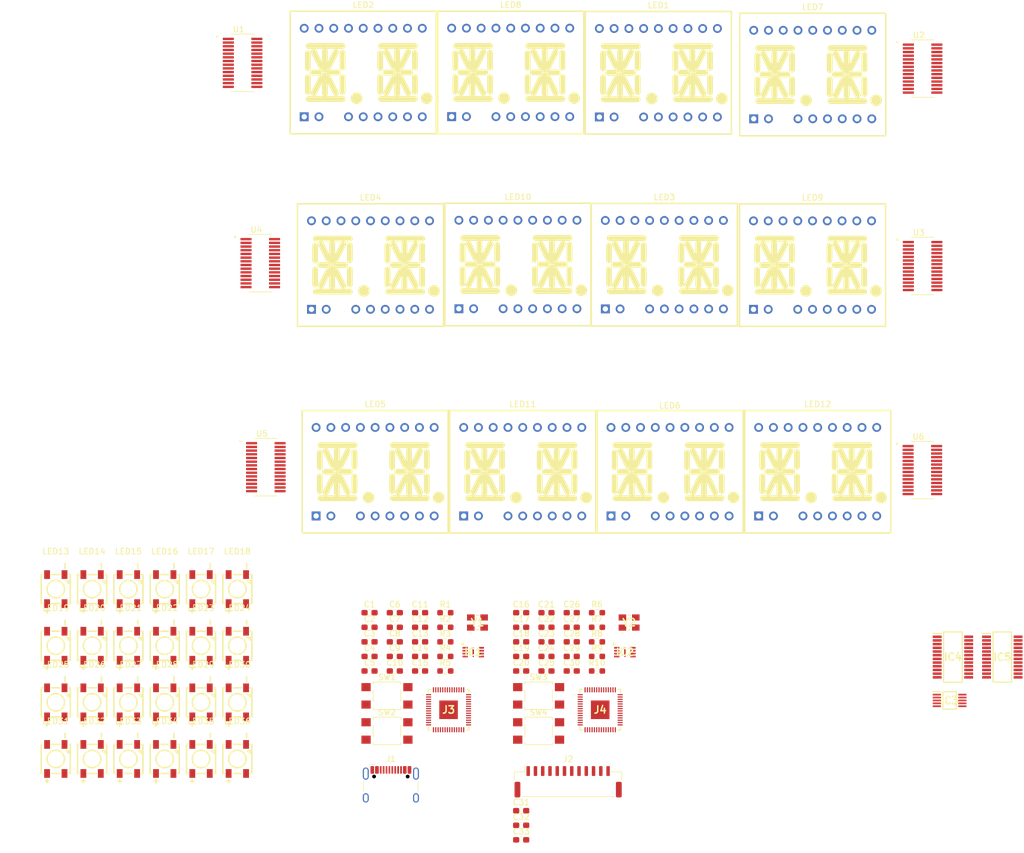
<source format=kicad_pcb>
(kicad_pcb (version 20241229) (generator "pcbnew") (generator_version "9.0")
  (layers (0 "F.Cu" signal) (2 "B.Cu" signal) (13 "F.Paste" user) (15 "B.Paste" user) (5 "F.SilkS" user "F.Silkscreen") (7 "B.SilkS" user "B.Silkscreen") (1 "F.Mask" user) (3 "B.Mask" user) (25 "Edge.Cuts" user))
  (net 0 "")
  (net 1 "/navball_module/+3.3V")
  (net 2 "GND")
  (net 3 "/navball_module/uC1/+1.1V")
  (net 4 "/navball_module/uC1/XIN")
  (net 5 "Net-(C6-Pad2)")
  (net 6 "/control_module/+3.3V")
  (net 7 "/control_module/uC1/+1.1V")
  (net 8 "/control_module/uC1/XIN")
  (net 9 "Net-(C21-Pad2)")
  (net 10 "/navball_module/uC1/QSPI_SCLK")
  (net 11 "/navball_module/uC1/QSPI_SD3")
  (net 12 "/navball_module/uC1/QSPI_SD1")
  (net 13 "/navball_module/uC1/QSPI_SS")
  (net 14 "/navball_module/uC1/QSPI_SD0")
  (net 15 "/navball_module/uC1/QSPI_SD2")
  (net 16 "/control_module/uC1/QSPI_SS")
  (net 17 "/control_module/uC1/QSPI_SD2")
  (net 18 "/control_module/uC1/QSPI_SCLK")
  (net 19 "/control_module/uC1/QSPI_SD3")
  (net 20 "/control_module/uC1/QSPI_SD0")
  (net 21 "/control_module/uC1/QSPI_SD1")
  (net 22 "Net-(J1-GND-PadA1)")
  (net 32 "/navball_module/MISO")
  (net 33 "/navball_module/LCD_BL")
  (net 34 "/navball_module/LCD_RST")
  (net 35 "/navball_module/TP_SDA")
  (net 36 "/navball_module/SCLK")
  (net 37 "/navball_module/LCD_DC")
  (net 38 "/navball_module/TP_INT")
  (net 39 "/navball_module/LCD_CS")
  (net 40 "/navball_module/TP_SCL")
  (net 41 "/navball_module/MOSI")
  (net 42 "/navball_module/TP_RST")
  (net 43 "/VBUS")
  (net 44 "/control_module/seg_4x14_module1/J")
  (net 46 "/control_module/seg_4x14_module1/F")
  (net 47 "/navball_module/uC1/XOUT")
  (net 48 "/navball_module/uC1/RUN")
  (net 49 "/navball_module/uC1/GPIO20")
  (net 50 "/navball_module/uC1/GPIO5")
  (net 51 "/navball_module/uC1/GPIO19")
  (net 52 "/control_module/seg_4x14_module/SDA")
  (net 53 "/control_module/seg_4x14_module1/M")
  (net 54 "/navball_module/uC1/GPIO23")
  (net 55 "/navball_module/uC1/GPIO28_ADC2")
  (net 56 "/navball_module/uC1/GPIO14")
  (net 57 "/navball_module/uC1/GPIO16")
  (net 58 "/navball_module/uC1/SWCLK")
  (net 59 "/control_module/seg_4x14_module1/A")
  (net 60 "/navball_module/uC1/GPIO0")
  (net 61 "/navball_module/uC1/GPIO27_ADC1")
  (net 62 "/navball_module/uC1/GPIO2")
  (net 63 "/navball_module/uC1/GPIO24")
  (net 64 "Net-(J3-USB_DP)")
  (net 65 "/control_module/seg_4x14_module1/A1")
  (net 66 "/navball_module/uC1/GPIO1")
  (net 67 "/navball_module/uC1/GPIO4")
  (net 68 "/control_module/seg_4x14_module1/H")
  (net 69 "/navball_module/uC1/GPIO17")
  (net 70 "/navball_module/uC1/GPIO15")
  (net 71 "Net-(J3-USB_DM)")
  (net 72 "/navball_module/uC1/GPIO29_ADC3")
  (net 73 "/navball_module/uC1/SWD")
  (net 74 "/navball_module/uC1/GPIO3")
  (net 76 "/navball_module/uC1/GPIO26_ADC0")
  (net 77 "/control_module/seg_4x14_module1/D")
  (net 78 "/navball_module/uC1/GPIO18")
  (net 80 "/control_module/uC1/GPIO18")
  (net 81 "/control_module/uC1/GPIO15")
  (net 82 "Net-(J4-USB_DM)")
  (net 83 "/control_module/uC1/GPIO26_ADC0")
  (net 84 "/control_module/uC1/SWCLK")
  (net 85 "/control_module/uC1/GPIO28_ADC2")
  (net 86 "/control_module/uC1/GPIO20")
  (net 87 "/control_module/uC1/GPIO14")
  (net 88 "/control_module/uC1/GPIO16")
  (net 89 "/control_module/uC1/GPIO1")
  (net 90 "Net-(J4-USB_DP)")
  (net 91 "/control_module/uC1/GPIO27_ADC1")
  (net 92 "/control_module/uC1/GPIO19")
  (net 93 "/control_module/uC1/GPIO12")
  (net 94 "/control_module/uC1/SWD")
  (net 95 "/control_module/uC1/GPIO13")
  (net 96 "/control_module/uC1/GPIO25")
  (net 97 "/control_module/uC1/GPIO4")
  (net 98 "/control_module/uC1/GPIO11")
  (net 99 "/control_module/uC1/GPIO3")
  (net 100 "/control_module/uC1/GPIO9")
  (net 101 "/control_module/uC1/XOUT")
  (net 102 "/control_module/uC1/GPIO22")
  (net 103 "/control_module/uC1/GPIO21")
  (net 104 "/control_module/uC1/GPIO0")
  (net 105 "/control_module/uC1/RUN")
  (net 106 "/control_module/uC1/GPIO2")
  (net 107 "/control_module/uC1/GPIO10")
  (net 108 "/control_module/uC1/GPIO23")
  (net 109 "/control_module/uC1/GPIO29_ADC3")
  (net 110 "/control_module/uC1/GPIO7")
  (net 111 "/control_module/uC1/GPIO6")
  (net 112 "/control_module/uC1/GPIO17")
  (net 113 "/control_module/uC1/GPIO24")
  (net 114 "/control_module/uC1/GPIO5")
  (net 115 "/control_module/uC1/GPIO8")
  (net 116 "Net-(R1-Pad2)")
  (net 117 "/navball_module/USB_DP")
  (net 118 "/navball_module/USB_DN")
  (net 119 "Net-(R6-Pad2)")
  (net 120 "/control_module/USB_DP")
  (net 121 "/control_module/USB_DN")
  (net 122 "/control_module/seg_4x14_module1/N")
  (net 123 "/control_module/seg_4x14_module1/AD")
  (net 124 "/control_module/seg_4x14_module1/L")
  (net 125 "/control_module/seg_4x14_module1/E")
  (net 126 "/control_module/seg_4x14_module1/COM1")
  (net 127 "/control_module/seg_4x14_module1/G1")
  (net 128 "/control_module/seg_4x14_module1/G2")
  (net 129 "/control_module/seg_4x14_module1/A0")
  (net 131 "/control_module/seg_4x14_module1/DP")
  (net 133 "/control_module/seg_4x14_module1/K")
  (net 134 "/control_module/seg_4x14_module/N")
  (net 135 "/control_module/seg_4x14_module/F")
  (net 136 "/control_module/seg_4x14_module/SCL")
  (net 137 "/control_module/seg_4x14_module/H")
  (net 138 "/control_module/seg_4x14_module/D")
  (net 139 "/control_module/seg_4x14_module/G1")
  (net 141 "/control_module/seg_4x14_module/G2")
  (net 142 "/control_module/seg_4x14_module/AD")
  (net 143 "/control_module/seg_4x14_module1/SDA")
  (net 144 "/control_module/seg_4x14_module/E")
  (net 145 "/control_module/seg_4x14_module/DP")
  (net 146 "/control_module/seg_4x14_module/COM1")
  (net 147 "/control_module/seg_4x14_module/J")
  (net 148 "/control_module/seg_4x14_module/M")
  (net 149 "/control_module/seg_4x14_module/K")
  (net 150 "/control_module/seg_4x14_module/A0")
  (net 152 "/control_module/seg_4x14_module/L")
  (net 153 "/control_module/seg_4x14_module/A")
  (net 154 "/control_module/seg_4x14_module1/SCL")
  (net 156 "/control_module/seg_4x14_module/A1")
  (net 158 "/control_module/seg_4x14_module2/D")
  (net 159 "/control_module/seg_4x14_module2/G1")
  (net 161 "/control_module/seg_4x14_module2/F")
  (net 162 "/control_module/seg_4x14_module2/DP")
  (net 163 "/control_module/seg_4x14_module2/G2")
  (net 164 "/control_module/seg_4x14_module2/L")
  (net 166 "/control_module/seg_4x14_module2/COM1")
  (net 167 "/control_module/seg_4x14_module2/N")
  (net 168 "/control_module/seg_4x14_module2/M")
  (net 169 "/control_module/seg_4x14_module2/J")
  (net 170 "/control_module/seg_4x14_module2/AD")
  (net 171 "/control_module/seg_4x14_module2/E")
  (net 173 "/control_module/seg_4x14_module2/A0")
  (net 174 "/control_module/seg_4x14_module2/A1")
  (net 175 "/control_module/seg_4x14_module2/H")
  (net 176 "/control_module/seg_4x14_module2/A")
  (net 177 "/control_module/seg_4x14_module2/K")
  (net 179 "/control_module/seg_4x14_module3/A1")
  (net 180 "/control_module/seg_4x14_module2/SDA")
  (net 181 "/control_module/seg_4x14_module3/A0")
  (net 182 "/control_module/seg_4x14_module3/G1")
  (net 184 "/control_module/seg_4x14_module2/SCL")
  (net 185 "/control_module/seg_4x14_module3/G2")
  (net 186 "/control_module/seg_4x14_module3/M")
  (net 187 "/control_module/seg_4x14_module3/H")
  (net 190 "/control_module/seg_4x14_module3/N")
  (net 191 "/control_module/seg_4x14_module3/D")
  (net 192 "/control_module/seg_4x14_module3/J")
  (net 193 "/control_module/seg_4x14_module3/E")
  (net 194 "/control_module/seg_4x14_module3/DP")
  (net 195 "/control_module/seg_4x14_module3/AD")
  (net 196 "/control_module/seg_4x14_module3/L")
  (net 198 "/control_module/seg_4x14_module3/F")
  (net 199 "/control_module/seg_4x14_module3/COM1")
  (net 200 "/control_module/seg_4x14_module3/K")
  (net 202 "/control_module/seg_4x14_module3/SCL")
  (net 203 "/control_module/seg_4x14_module3/A")
  (net 204 "/control_module/seg_4x14_module4/N")
  (net 207 "/control_module/seg_4x14_module4/G2")
  (net 208 "/control_module/seg_4x14_module4/K")
  (net 209 "/control_module/seg_4x14_module4/D")
  (net 210 "/control_module/seg_4x14_module4/COM1")
  (net 211 "/control_module/seg_4x14_module3/SDA")
  (net 212 "/control_module/seg_4x14_module4/L")
  (net 213 "/control_module/seg_4x14_module4/H")
  (net 214 "/control_module/seg_4x14_module4/M")
  (net 216 "/control_module/seg_4x14_module4/A")
  (net 217 "/control_module/seg_4x14_module4/E")
  (net 218 "/control_module/seg_4x14_module4/J")
  (net 220 "/control_module/seg_4x14_module4/A0")
  (net 221 "/control_module/seg_4x14_module4/DP")
  (net 222 "/control_module/seg_4x14_module4/A1")
  (net 223 "/control_module/seg_4x14_module4/AD")
  (net 224 "/control_module/seg_4x14_module4/G1")
  (net 225 "/control_module/seg_4x14_module4/F")
  (net 226 "/control_module/seg_4x14_module5/DP")
  (net 227 "/control_module/seg_4x14_module5/L")
  (net 228 "/control_module/seg_4x14_module5/F")
  (net 229 "/control_module/seg_4x14_module5/K")
  (net 230 "/control_module/seg_4x14_module5/H")
  (net 231 "/control_module/seg_4x14_module4/SCL")
  (net 233 "/control_module/seg_4x14_module5/N")
  (net 234 "/control_module/seg_4x14_module5/COM1")
  (net 236 "/control_module/seg_4x14_module5/A0")
  (net 237 "/control_module/seg_4x14_module5/E")
  (net 238 "/control_module/seg_4x14_module4/SDA")
  (net 240 "/control_module/seg_4x14_module5/AD")
  (net 241 "/control_module/seg_4x14_module5/A1")
  (net 242 "/control_module/seg_4x14_module5/D")
  (net 243 "/control_module/seg_4x14_module5/J")
  (net 244 "/control_module/seg_4x14_module5/M")
  (net 245 "/control_module/seg_4x14_module5/G1")
  (net 249 "/control_module/seg_4x14_module5/A")
  (net 250 "/control_module/seg_4x14_module5/G2")
  (net 251 "/control_module/seg_4x14_module1/COM3")
  (net 252 "/control_module/seg_4x14_module1/COM2")
  (net 253 "/control_module/seg_4x14_module5/SCL")
  (net 254 "/control_module/seg_4x14_module/COM3")
  (net 255 "/control_module/seg_4x14_module/COM2")
  (net 256 "/control_module/seg_4x14_module2/COM3")
  (net 258 "/control_module/seg_4x14_module2/COM2")
  (net 259 "/control_module/seg_4x14_module3/COM3")
  (net 260 "/control_module/seg_4x14_module3/COM2")
  (net 261 "/control_module/seg_4x14_module4/COM2")
  (net 262 "/control_module/seg_4x14_module4/COM3")
  (net 263 "/control_module/seg_4x14_module5/COM3")
  (net 265 "/control_module/seg_4x14_module5/COM2")
  (net 266 "/control_module/seg_4x14_module5/SDA")
  (footprint "Eeloo_Pad:SOP63P600X175-28N" (layer "F.Cu") (at 233 30)
    (property "Reference" "U2")
    (property "Value" "HT16K33A-28SSOP")
  )
  (footprint "Eeloo_Pad:SOP50P490X110-10N" (layer "F.Cu") (at 237.643 138.813)
    (property "Reference" "IC3")
    (property "Value" "ADS1015IDGST" (hide yes))
  )
  (footprint "Resistor_SMD:R_0603_1608Metric_Pad0.98x0.95mm_HandSolder" (layer "F.Cu") (at 176.955 131.23)
    (property "Reference" "R9")
    (property "Value" "27.2")
  )
  (footprint "Eeloo_Pad:LED-SEG-TH_18P-L25.2-W21.1-P2.54-LS15.2-BL" (layer "F.Cu") (at 214.05 63.84)
    (property "Reference" "LED9")
    (property "Value" "FJ5241AH")
  )
  (footprint "Eeloo_Pad:SOP63P600X175-28N" (layer "F.Cu") (at 119 63.5)
    (property "Reference" "U4")
    (property "Value" "HT16K33A-28SSOP")
  )
  (footprint "Eeloo_Pad:LED-SMD_4P-L5.0-W5.0-BL_XL-5050RGBC" (layer "F.Cu") (at 115.05 129.39)
    (property "Reference" "LED24")
    (property "Value" "XL-5050RGBC-WS2812B")
  )
  (footprint "Resistor_SMD:R_0603_1608Metric_Pad0.98x0.95mm_HandSolder" (layer "F.Cu") (at 150.855 133.74)
    (property "Reference" "R5")
    (property "Value" "27.2")
  )
  (footprint "Eeloo_Pad:LED-SMD_4P-L5.0-W5.0-BL_XL-5050RGBC" (layer "F.Cu") (at 90.05 119.64)
    (property "Reference" "LED14")
    (property "Value" "XL-5050RGBC-WS2812B")
  )
  (footprint "Eeloo_Pad:LED-SEG-TH_18P-L25.2-W21.1-P2.54-LS15.2-BL" (layer "F.Cu") (at 162.1 30.65)
    (property "Reference" "LED8")
    (property "Value" "FJ5241AH")
  )
  (footprint "Eeloo_Pad:SOP63P600X175-28N" (layer "F.Cu") (at 232.955 99.1425)
    (property "Reference" "U6")
    (property "Value" "HT16K33A-28SSOP")
  )
  (footprint "Eeloo_Pad:LED-SMD_4P-L5.0-W5.0-BL_XL-5050RGBC" (layer "F.Cu") (at 108.8 148.89)
    (property "Reference" "LED35")
    (property "Value" "XL-5050RGBC-WS2812B")
  )
  (footprint "Button_Switch_SMD:SW_SPST_TL3305A" (layer "F.Cu") (at 140.805 144.07)
    (property "Reference" "SW2")
    (property "Value" "SW_Push")
  )
  (footprint "Capacitor_SMD:C_0603_1608Metric_Pad1.08x0.95mm_HandSolder" (layer "F.Cu") (at 172.605 133.74)
    (property "Reference" "C30")
    (property "Value" "10u")
  )
  (footprint "Eeloo_Pad:ABM8272T3" (layer "F.Cu") (at 182.48 125.395)
    (property "Reference" "Y2")
    (property "Value" "ABM8-272-T3" (hide yes))
  )
  (footprint "Eeloo_Pad:LED-SMD_4P-L5.0-W5.0-BL_XL-5050RGBC" (layer "F.Cu") (at 83.8 148.89)
    (property "Reference" "LED31")
    (property "Value" "XL-5050RGBC-WS2812B")
  )
  (footprint "Capacitor_SMD:C_0603_1608Metric_Pad1.08x0.95mm_HandSolder" (layer "F.Cu") (at 172.605 123.7)
    (property "Reference" "C26")
    (property "Value" "100n")
  )
  (footprint "Eeloo_Pad:LED-SMD_4P-L5.0-W5.0-BL_XL-5050RGBC" (layer "F.Cu") (at 115.05 119.64)
    (property "Reference" "LED18")
    (property "Value" "XL-5050RGBC-WS2812B")
  )
  (footprint "Eeloo_Pad:SOP63P600X175-28N" (layer "F.Cu") (at 119.955 98.6425)
    (property "Reference" "U5")
    (property "Value" "HT16K33A-28SSOP")
  )
  (footprint "Eeloo_Pad:LED-SMD_4P-L5.0-W5.0-BL_XL-5050RGBC" (layer "F.Cu") (at 108.8 129.39)
    (property "Reference" "LED23")
    (property "Value" "XL-5050RGBC-WS2812B")
  )
  (footprint "Capacitor_SMD:C_0603_1608Metric_Pad1.08x0.95mm_HandSolder" (layer "F.Cu") (at 142.155 123.7)
    (property "Reference" "C6")
    (property "Value" "15p")
  )
  (footprint "Capacitor_SMD:C_0603_1608Metric_Pad1.08x0.95mm_HandSolder" (layer "F.Cu") (at 168.255 128.72)
    (property "Reference" "C23")
    (property "Value" "100n")
  )
  (footprint "Resistor_SMD:R_0603_1608Metric_Pad0.98x0.95mm_HandSolder" (layer "F.Cu") (at 176.955 128.72)
    (property "Reference" "R8")
    (property "Value" "1k")
  )
  (footprint "Resistor_SMD:R_0603_1608Metric_Pad0.98x0.95mm_HandSolder" (layer "F.Cu") (at 150.855 126.21)
    (property "Reference" "R2")
    (property "Value" "NC")
  )
  (footprint "Eeloo_Pad:LED-SMD_4P-L5.0-W5.0-BL_XL-5050RGBC" (layer "F.Cu") (at 96.3 139.14)
    (property "Reference" "LED27")
    (property "Value" "XL-5050RGBC-WS2812B")
  )
  (footprint "Eeloo_Pad:LED-SEG-TH_18P-L25.2-W21.1-P2.54-LS15.2-BL" (layer "F.Cu") (at 164.17 99.42)
    (property "Reference" "LED11")
    (property "Value" "FJ5241AH")
  )
  (footprint "Eeloo_Pad:LED-SMD_4P-L5.0-W5.0-BL_XL-5050RGBC" (layer "F.Cu") (at 102.55 129.39)
    (property "Reference" "LED22")
    (property "Value" "XL-5050RGBC-WS2812B")
  )
  (footprint "Eeloo_Pad:LED-SMD_4P-L5.0-W5.0-BL_XL-5050RGBC" (layer "F.Cu") (at 108.8 139.14)
    (property "Reference" "LED29")
    (property "Value" "XL-5050RGBC-WS2812B")
  )
  (footprint "Capacitor_SMD:C_0603_1608Metric_Pad1.08x0.95mm_HandSolder" (layer "F.Cu") (at 142.155 131.23)
    (property "Reference" "C9")
    (property "Value" "100n")
  )
  (footprint "Capacitor_SMD:C_0603_1608Metric_Pad1.08x0.95mm_HandSolder" (layer "F.Cu") (at 146.505 123.7)
    (property "Reference" "C11")
    (property "Value" "100n")
  )
  (footprint "Eeloo_Pad:LED-SEG-TH_18P-L25.2-W21.1-P2.54-LS15.2-BL" (layer "F.Cu") (at 187.52 30.71)
    (property "Reference" "LED1")
    (property "Value" "FJ5241AH")
  )
  (footprint "Eeloo_Pad:ABM8272T3" (layer "F.Cu") (at 156.38 125.395)
    (property "Reference" "Y1")
    (property "Value" "ABM8-272-T3" (hide yes))
  )
  (footprint "Resistor_SMD:R_0603_1608Metric_Pad0.98x0.95mm_HandSolder" (layer "F.Cu") (at 150.855 128.72)
    (property "Reference" "R3")
    (property "Value" "1k")
  )
  (footprint "Capacitor_SMD:C_0603_1608Metric_Pad1.08x0.95mm_HandSolder" (layer "F.Cu") (at 163.905 126.21)
    (property "Reference" "C17")
    (property "Value" "1u")
  )
  (footprint "Eeloo_Pad:SC091413" (layer "F.Cu") (at 177.505 140.42)
    (property "Reference" "J4")
    (property "Value" "SC0914_13_" (hide yes))
  )
  (footprint "Capacitor_SMD:C_0603_1608Metric_Pad1.08x0.95mm_HandSolder" (layer "F.Cu") (at 163.905 162.82)
    (property "Reference" "C33")
    (property "Value" "100n")
  )
  (footprint "Eeloo_Pad:SON50P300X200X60-9N" (layer "F.Cu") (at 155.655 130.495)
    (property "Reference" "IC1")
    (property "Value" "W25Q16JVUXIQ_TR" (hide yes))
  )
  (footprint "Capacitor_SMD:C_0603_1608Metric_Pad1.08x0.95mm_HandSolder" (layer "F.Cu") (at 142.155 128.72)
    (property "Reference" "C8")
    (property "Value" "100n")
  )
  (footprint "Capacitor_SMD:C_0603_1608Metric_Pad1.08x0.95mm_HandSolder" (layer "F.Cu") (at 137.805 128.72)
    (property "Reference" "C3")
    (property "Value" "100n")
  )
  (footprint "Button_Switch_SMD:SW_SPST_TL3305A" (layer "F.Cu") (at 140.805 138.02)
    (property "Reference" "SW1")
    (property "Value" "SW_Push")
  )
  (footprint "Eeloo_Pad:LED-SMD_4P-L5.0-W5.0-BL_XL-5050RGBC" (layer "F.Cu") (at 102.55 148.89)
    (property "Reference" "LED34")
    (property "Value" "XL-5050RGBC-WS2812B")
  )
  (footprint "Capacitor_SMD:C_0603_1608Metric_Pad1.08x0.95mm_HandSolder" (layer "F.Cu") (at 168.255 133.74)
    (property "Reference" "C25")
    (property "Value" "100n")
  )
  (footprint "Capacitor_SMD:C_0603_1608Metric_Pad1.08x0.95mm_HandSolder" (layer "F.Cu") (at 146.505 131.23)
    (property "Reference" "C14")
    (property "Value" "100n")
  )
  (footprint "Capacitor_SMD:C_0603_1608Metric_Pad1.08x0.95mm_HandSolder" (layer "F.Cu") (at 137.805 123.7)
    (property "Reference" "C1")
    (property "Value" "100n")
  )
  (footprint "Eeloo_Pad:LED-SMD_4P-L5.0-W5.0-BL_XL-5050RGBC" (layer "F.Cu") (at 90.05 129.39)
    (property "Reference" "LED20")
    (property "Value" "XL-5050RGBC-WS2812B")
  )
  (footprint "Eeloo_Pad:SC091413" (layer "F.Cu") (at 151.405 140.42)
    (property "Reference" "J3")
    (property "Value" "SC0914_13_" (hide yes))
  )
  (footprint "Capacitor_SMD:C_0603_1608Metric_Pad1.08x0.95mm_HandSolder" (layer "F.Cu") (at 168.255 126.21)
    (property "Reference" "C22")
    (property "Value" "1u")
  )
  (footprint "Button_Switch_SMD:SW_SPST_TL3305A" (layer "F.Cu") (at 166.905 144.07)
    (property "Reference" "SW4")
    (property "Value" "SW_Push")
  )
  (footprint "Eeloo_Pad:LED-SMD_4P-L5.0-W5.0-BL_XL-5050RGBC" (layer "F.Cu") (at 90.05 148.89)
    (property "Reference" "LED32")
    (property "Value" "XL-5050RGBC-WS2812B")
  )
  (footprint "Capacitor_SMD:C_0603_1608Metric_Pad1.08x0.95mm_HandSolder" (layer "F.Cu") (at 163.905 128.72)
    (property "Reference" "C18")
    (property "Value" "100n")
  )
  (footprint "Eeloo_Pad:LED-SMD_4P-L5.0-W5.0-BL_XL-5050RGBC" (layer "F.Cu") (at 83.8 139.14)
    (property "Reference" "LED25")
    (property "Value" "XL-5050RGBC-WS2812B")
  )
  (footprint "Eeloo_Pad:LED-SEG-TH_18P-L25.2-W21.1-P2.54-LS15.2-BL" (layer "F.Cu") (at 189.53 99.42)
    (property "Reference" "LED6")
    (property "Value" "FJ5241AH")
  )
  (footprint "Resistor_SMD:R_0603_1608Metric_Pad0.98x0.95mm_HandSolder" (layer "F.Cu") (at 150.855 131.23)
    (property "Reference" "R4")
    (property "Value" "27.2")
  )
  (footprint "Resistor_SMD:R_0603_1608Metric_Pad0.98x0.95mm_HandSolder" (layer "F.Cu") (at 176.955 126.21)
    (property "Reference" "R7")
    (property "Value" "NC")
  )
  (footprint "Eeloo_Pad:LED-SEG-TH_18P-L25.2-W21.1-P2.54-LS15.2-BL" (layer "F.Cu") (at 163.34 63.73)
    (property "Reference" "LED10")
    (property "Value" "FJ5241AH")
  )
  (footprint "Eeloo_Pad:LED-SEG-TH_18P-L25.2-W21.1-P2.54-LS15.2-BL" (layer "F.Cu") (at 137.97 63.83)
    (property "Reference" "LED4")
    (property "Value" "FJ5241AH")
  )
  (footprint "Eeloo_Pad:SOP64P600X175-24N" (layer "F.Cu") (at 238.218 131.338)
    (property "Reference" "IC4")
    (property "Value" "PCF8575DBQR" (hide yes))
  )
  (footprint "Capacitor_SMD:C_0603_1608Metric_Pad1.08x0.95mm_HandSolder" (layer "F.Cu") (at 142.155 133.74)
    (property "Reference" "C10")
    (property "Value" "100n")
  )
  (footprint "Eeloo_Pad:LED-SMD_4P-L5.0-W5.0-BL_XL-5050RGBC" (layer "F.Cu") (at 96.3 148.89)
    (property "Reference" "LED33")
    (property "Value" "XL-5050RGBC-WS2812B")
  )
  (footprint "Capacitor_SMD:C_0603_1608Metric_Pad1.08x0.95mm_HandSolder" (layer "F.Cu") (at 172.605 131.23)
    (property "Reference" "C29")
    (property "Value" "100n")
  )
  (footprint "Eeloo_Pad:LED-SMD_4P-L5.0-W5.0-BL_XL-5050RGBC" (layer "F.Cu") (at 90.05 139.14)
    (property "Reference" "LED26")
    (property "Value" "XL-5050RGBC-WS2812B")
  )
  (footprint "Connector_JST:JST_GH_SM12B-GHS-TB_1x12-1MP_P1.25mm_Horizontal" (layer "F.Cu") (at 171.985 152.82)
    (property "Reference" "J2")
    (property "Value" "Conn_01x13")
  )
  (footprint "Eeloo_Pad:SOP64P600X175-24N" (layer "F.Cu") (at 246.718 131.338)
    (property "Reference" "IC5")
    (property "Value" "PCF8575DBQR" (hide yes))
  )
  (footprint "Resistor_SMD:R_0603_1608Metric_Pad0.98x0.95mm_HandSolder" (layer "F.Cu") (at 150.855 123.7)
    (property "Reference" "R1")
    (property "Value" "1k")
  )
  (footprint "Capacitor_SMD:C_0603_1608Metric_Pad1.08x0.95mm_HandSolder" (layer "F.Cu") (at 146.505 133.74)
    (property "Reference" "C15")
    (property "Value" "10u")
  )
  (footprint "Capacitor_SMD:C_0603_1608Metric_Pad1.08x0.95mm_HandSolder" (layer "F.Cu") (at 137.805 131.23)
    (property "Reference" "C4")
    (property "Value" "100n")
  )
  (footprint "Capacitor_SMD:C_0603_1608Metric_Pad1.08x0.95mm_HandSolder" (layer "F.Cu") (at 163.905 131.23)
    (property "Reference" "C19")
    (property "Value" "100n")
  )
  (footprint "Eeloo_Pad:LED-SMD_4P-L5.0-W5.0-BL_XL-5050RGBC" (layer "F.Cu") (at 83.8 119.64)
    (property "Reference" "LED13")
    (property "Value" "XL-5050RGBC-WS2812B")
  )
  (footprint "Capacitor_SMD:C_0603_1608Metric_Pad1.08x0.95mm_HandSolder" (layer "F.Cu") (at 146.505 126.21)
    (property "Reference" "C12")
    (property "Value" "100n")
  )
  (footprint "Capacitor_SMD:C_0603_1608Metric_Pad1.08x0.95mm_HandSolder" (layer "F.Cu") (at 137.805 133.74)
    (property "Reference" "C5")
    (property "Value" "15p")
  )
  (footprint "Capacitor_SMD:C_0603_1608Metric_Pad1.08x0.95mm_HandSolder" (layer "F.Cu") (at 146.505 128.72)
    (property "Reference" "C13")
    (property "Value" "100n")
  )
  (footprint "Capacitor_SMD:C_0603_1608Metric_Pad1.08x0.95mm_HandSolder" (layer "F.Cu") (at 172.605 128.72)
    (property "Reference" "C28")
    (property "Value" "100n")
  )
  (footprint "Eeloo_Pad:LED-SMD_4P-L5.0-W5.0-BL_XL-5050RGBC" (layer "F.Cu") (at 83.8 129.39)
    (property "Reference" "LED19")
    (property "Value" "XL-5050RGBC-WS2812B")
  )
  (footprint "Capacitor_SMD:C_0603_1608Metric_Pad1.08x0.95mm_HandSolder" (layer "F.Cu") (at 168.255 123.7)
    (property "Reference" "C21")
    (property "Value" "15p")
  )
  (footprint "Resistor_SMD:R_0603_1608Metric_Pad0.98x0.95mm_HandSolder" (layer "F.Cu") (at 176.955 123.7)
    (property "Reference" "R6")
    (property "Value" "1k")
  )
  (footprint "Eeloo_Pad:LED-SMD_4P-L5.0-W5.0-BL_XL-5050RGBC" (layer "F.Cu") (at 96.3 129.39)
    (property "Reference" "LED21")
    (property "Value" "XL-5050RGBC-WS2812B")
  )
  (footprint "Eeloo_Pad:LED-SEG-TH_18P-L25.2-W21.1-P2.54-LS15.2-BL" (layer "F.Cu") (at 188.55 63.77)
    (property "Reference" "LED3")
    (property "Value" "FJ5241AH")
  )
  (footprint "Capacitor_SMD:C_0603_1608Metric_Pad1.08x0.95mm_HandSolder" (layer "F.Cu") (at 163.905 133.74)
    (property "Reference" "C20")
    (property "Value" "15p")
  )
  (footprint "Eeloo_Pad:LED-SMD_4P-L5.0-W5.0-BL_XL-5050RGBC" (layer "F.Cu") (at 115.05 148.89)
    (property "Reference" "LED36")
    (property "Value" "XL-5050RGBC-WS2812B")
  )
  (footprint "Connector_USB:USB_C_Receptacle_HCTL_HC-TYPE-C-16P-01A" (layer "F.Cu") (at 141.475 154.52)
    (property "Reference" "J1")
    (property "Value" "USB_C_Receptacle_USB2.0_16P")
  )
  (footprint "Eeloo_Pad:LED-SMD_4P-L5.0-W5.0-BL_XL-5050RGBC" (layer "F.Cu") (at 102.55 139.14)
    (property "Reference" "LED28")
    (property "Value" "XL-5050RGBC-WS2812B")
  )
  (footprint "Eeloo_Pad:LED-SMD_4P-L5.0-W5.0-BL_XL-5050RGBC" (layer "F.Cu") (at 96.3 119.64)
    (property "Reference" "LED15")
    (property "Value" "XL-5050RGBC-WS2812B")
  )
  (footprint "Capacitor_SMD:C_0603_1608Metric_Pad1.08x0.95mm_HandSolder" (layer "F.Cu") (at 168.255 131.23)
    (property "Reference" "C24")
    (property "Value" "100n")
  )
  (footprint "Eeloo_Pad:SOP63P600X175-28N" (layer "F.Cu") (at 233 64)
    (property "Reference" "U3")
    (property "Value" "HT16K33A-28SSOP")
  )
  (footprint "Button_Switch_SMD:SW_SPST_TL3305A" (layer "F.Cu") (at 166.905 138.02)
    (property "Reference" "SW3")
    (property "Value" "SW_Push")
  )
  (footprint "Capacitor_SMD:C_0603_1608Metric_Pad1.08x0.95mm_HandSolder" (layer "F.Cu") (at 163.905 123.7)
    (property "Reference" "C16")
    (property "Value" "100n")
  )
  (footprint "Capacitor_SMD:C_0603_1608Metric_Pad1.08x0.95mm_HandSolder" (layer "F.Cu") (at 172.605 126.21)
    (property "Reference" "C27")
    (property "Value" "100n")
  )
  (footprint "Eeloo_Pad:LED-SMD_4P-L5.0-W5.0-BL_XL-5050RGBC" (layer "F.Cu") (at 108.8 119.64)
    (property "Reference" "LED17")
    (property "Value" "XL-5050RGBC-WS2812B")
  )
  (footprint "Eeloo_Pad:LED-SMD_4P-L5.0-W5.0-BL_XL-5050RGBC" (layer "F.Cu") (at 115.05 139.14)
    (property "Reference" "LED30")
    (property "Value" "XL-5050RGBC-WS2812B")
  )
  (footprint "Capacitor_SMD:C_0603_1608Metric_Pad1.08x0.95mm_HandSolder" (layer "F.Cu") (at 142.155 126.21)
    (property "Reference" "C7")
    (property "Value" "1u")
  )
  (footprint "Capacitor_SMD:C_0603_1608Metric_Pad1.08x0.95mm_HandSolder" (layer "F.Cu") (at 163.905 157.8)
    (property "Reference" "C31")
    (property "Value" "100n")
  )
  (footprint "Eeloo_Pad:LED-SEG-TH_18P-L25.2-W21.1-P2.54-LS15.2-BL" (layer "F.Cu") (at 136.72 30.67)
    (property "Reference" "LED2")
    (property "Value" "FJ5241AH")
  )
  (footprint "Eeloo_Pad:SOP63P600X175-28N" (layer "F.Cu") (at 115.955 29.0075)
    (property "Reference" "U1")
    (property "Value" "HT16K33A-28SSOP")
  )
  (footprint "Eeloo_Pad:LED-SEG-TH_18P-L25.2-W21.1-P2.54-LS15.2-BL" (layer "F.Cu") (at 214.09 31.02)
    (property "Reference" "LED7")
    (property "Value" "FJ5241AH")
  )
  (footprint "Resistor_SMD:R_0603_1608Metric_Pad0.98x0.95mm_HandSolder" (layer "F.Cu") (at 176.955 133.74)
    (property "Reference" "R10")
    (property "Value" "27.2")
  )
  (footprint "Eeloo_Pad:LED-SMD_4P-L5.0-W5.0-BL_XL-5050RGBC" (layer "F.Cu") (at 102.55 119.64)
    (property "Reference" "LED16")
    (property "Value" "XL-5050RGBC-WS2812B")
  )
  (footprint "Capacitor_SMD:C_0603_1608Metric_Pad1.08x0.95mm_HandSolder" (layer "F.Cu") (at 163.905 160.31)
    (property "Reference" "C32")
    (property "Value" "100n")
  )
  (footprint "Eeloo_Pad:LED-SEG-TH_18P-L25.2-W21.1-P2.54-LS15.2-BL" (layer "F.Cu") (at 138.77 99.42)
    (property "Reference" "LED5")
    (property "Value" "FJ5241AH")
  )
  (footprint "Eeloo_Pad:LED-SEG-TH_18P-L25.2-W21.1-P2.54-LS15.2-BL" (layer "F.Cu") (at 214.94 99.42)
    (property "Reference" "LED12")
    (property "Value" "FJ5241AH")
  )
  (footprint "Eeloo_Pad:SON50P300X200X60-9N" (layer "F.Cu") (at 181.755 130.495)
    (property "Reference" "IC2")
    (property "Value" "W25Q16JVUXIQ_TR" (hide yes))
  )
  (footprint "Capacitor_SMD:C_0603_1608Metric_Pad1.08x0.95mm_HandSolder" (layer "F.Cu") (at 137.805 126.21)
    (property "Reference" "C2")
    (property "Value" "1u")
  )
)
</source>
